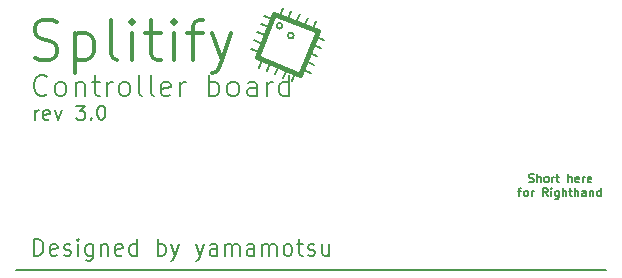
<source format=gbr>
G04 #@! TF.GenerationSoftware,KiCad,Pcbnew,(5.0.2)-1*
G04 #@! TF.CreationDate,2020-06-20T19:19:36+09:00*
G04 #@! TF.ProjectId,controller,636f6e74-726f-46c6-9c65-722e6b696361,rev?*
G04 #@! TF.SameCoordinates,Original*
G04 #@! TF.FileFunction,Legend,Top*
G04 #@! TF.FilePolarity,Positive*
%FSLAX46Y46*%
G04 Gerber Fmt 4.6, Leading zero omitted, Abs format (unit mm)*
G04 Created by KiCad (PCBNEW (5.0.2)-1) date 2020/06/20 19:19:36*
%MOMM*%
%LPD*%
G01*
G04 APERTURE LIST*
%ADD10C,0.150000*%
%ADD11C,0.200000*%
%ADD12C,0.300000*%
%ADD13C,0.400000*%
G04 APERTURE END LIST*
D10*
X93450000Y-65483333D02*
X93550000Y-65516666D01*
X93716666Y-65516666D01*
X93783333Y-65483333D01*
X93816666Y-65450000D01*
X93850000Y-65383333D01*
X93850000Y-65316666D01*
X93816666Y-65250000D01*
X93783333Y-65216666D01*
X93716666Y-65183333D01*
X93583333Y-65150000D01*
X93516666Y-65116666D01*
X93483333Y-65083333D01*
X93450000Y-65016666D01*
X93450000Y-64950000D01*
X93483333Y-64883333D01*
X93516666Y-64850000D01*
X93583333Y-64816666D01*
X93750000Y-64816666D01*
X93850000Y-64850000D01*
X94150000Y-65516666D02*
X94150000Y-64816666D01*
X94450000Y-65516666D02*
X94450000Y-65150000D01*
X94416666Y-65083333D01*
X94350000Y-65050000D01*
X94250000Y-65050000D01*
X94183333Y-65083333D01*
X94150000Y-65116666D01*
X94883333Y-65516666D02*
X94816666Y-65483333D01*
X94783333Y-65450000D01*
X94750000Y-65383333D01*
X94750000Y-65183333D01*
X94783333Y-65116666D01*
X94816666Y-65083333D01*
X94883333Y-65050000D01*
X94983333Y-65050000D01*
X95050000Y-65083333D01*
X95083333Y-65116666D01*
X95116666Y-65183333D01*
X95116666Y-65383333D01*
X95083333Y-65450000D01*
X95050000Y-65483333D01*
X94983333Y-65516666D01*
X94883333Y-65516666D01*
X95416666Y-65516666D02*
X95416666Y-65050000D01*
X95416666Y-65183333D02*
X95450000Y-65116666D01*
X95483333Y-65083333D01*
X95550000Y-65050000D01*
X95616666Y-65050000D01*
X95750000Y-65050000D02*
X96016666Y-65050000D01*
X95850000Y-64816666D02*
X95850000Y-65416666D01*
X95883333Y-65483333D01*
X95950000Y-65516666D01*
X96016666Y-65516666D01*
X96783333Y-65516666D02*
X96783333Y-64816666D01*
X97083333Y-65516666D02*
X97083333Y-65150000D01*
X97050000Y-65083333D01*
X96983333Y-65050000D01*
X96883333Y-65050000D01*
X96816666Y-65083333D01*
X96783333Y-65116666D01*
X97683333Y-65483333D02*
X97616666Y-65516666D01*
X97483333Y-65516666D01*
X97416666Y-65483333D01*
X97383333Y-65416666D01*
X97383333Y-65150000D01*
X97416666Y-65083333D01*
X97483333Y-65050000D01*
X97616666Y-65050000D01*
X97683333Y-65083333D01*
X97716666Y-65150000D01*
X97716666Y-65216666D01*
X97383333Y-65283333D01*
X98016666Y-65516666D02*
X98016666Y-65050000D01*
X98016666Y-65183333D02*
X98050000Y-65116666D01*
X98083333Y-65083333D01*
X98150000Y-65050000D01*
X98216666Y-65050000D01*
X98716666Y-65483333D02*
X98650000Y-65516666D01*
X98516666Y-65516666D01*
X98450000Y-65483333D01*
X98416666Y-65416666D01*
X98416666Y-65150000D01*
X98450000Y-65083333D01*
X98516666Y-65050000D01*
X98650000Y-65050000D01*
X98716666Y-65083333D01*
X98750000Y-65150000D01*
X98750000Y-65216666D01*
X98416666Y-65283333D01*
X92550000Y-66250000D02*
X92816666Y-66250000D01*
X92650000Y-66716666D02*
X92650000Y-66116666D01*
X92683333Y-66050000D01*
X92750000Y-66016666D01*
X92816666Y-66016666D01*
X93150000Y-66716666D02*
X93083333Y-66683333D01*
X93050000Y-66650000D01*
X93016666Y-66583333D01*
X93016666Y-66383333D01*
X93050000Y-66316666D01*
X93083333Y-66283333D01*
X93150000Y-66250000D01*
X93250000Y-66250000D01*
X93316666Y-66283333D01*
X93350000Y-66316666D01*
X93383333Y-66383333D01*
X93383333Y-66583333D01*
X93350000Y-66650000D01*
X93316666Y-66683333D01*
X93250000Y-66716666D01*
X93150000Y-66716666D01*
X93683333Y-66716666D02*
X93683333Y-66250000D01*
X93683333Y-66383333D02*
X93716666Y-66316666D01*
X93750000Y-66283333D01*
X93816666Y-66250000D01*
X93883333Y-66250000D01*
X95050000Y-66716666D02*
X94816666Y-66383333D01*
X94650000Y-66716666D02*
X94650000Y-66016666D01*
X94916666Y-66016666D01*
X94983333Y-66050000D01*
X95016666Y-66083333D01*
X95050000Y-66150000D01*
X95050000Y-66250000D01*
X95016666Y-66316666D01*
X94983333Y-66350000D01*
X94916666Y-66383333D01*
X94650000Y-66383333D01*
X95350000Y-66716666D02*
X95350000Y-66250000D01*
X95350000Y-66016666D02*
X95316666Y-66050000D01*
X95350000Y-66083333D01*
X95383333Y-66050000D01*
X95350000Y-66016666D01*
X95350000Y-66083333D01*
X95983333Y-66250000D02*
X95983333Y-66816666D01*
X95950000Y-66883333D01*
X95916666Y-66916666D01*
X95850000Y-66950000D01*
X95750000Y-66950000D01*
X95683333Y-66916666D01*
X95983333Y-66683333D02*
X95916666Y-66716666D01*
X95783333Y-66716666D01*
X95716666Y-66683333D01*
X95683333Y-66650000D01*
X95650000Y-66583333D01*
X95650000Y-66383333D01*
X95683333Y-66316666D01*
X95716666Y-66283333D01*
X95783333Y-66250000D01*
X95916666Y-66250000D01*
X95983333Y-66283333D01*
X96316666Y-66716666D02*
X96316666Y-66016666D01*
X96616666Y-66716666D02*
X96616666Y-66350000D01*
X96583333Y-66283333D01*
X96516666Y-66250000D01*
X96416666Y-66250000D01*
X96350000Y-66283333D01*
X96316666Y-66316666D01*
X96850000Y-66250000D02*
X97116666Y-66250000D01*
X96950000Y-66016666D02*
X96950000Y-66616666D01*
X96983333Y-66683333D01*
X97050000Y-66716666D01*
X97116666Y-66716666D01*
X97350000Y-66716666D02*
X97350000Y-66016666D01*
X97650000Y-66716666D02*
X97650000Y-66350000D01*
X97616666Y-66283333D01*
X97550000Y-66250000D01*
X97450000Y-66250000D01*
X97383333Y-66283333D01*
X97350000Y-66316666D01*
X98283333Y-66716666D02*
X98283333Y-66350000D01*
X98250000Y-66283333D01*
X98183333Y-66250000D01*
X98050000Y-66250000D01*
X97983333Y-66283333D01*
X98283333Y-66683333D02*
X98216666Y-66716666D01*
X98050000Y-66716666D01*
X97983333Y-66683333D01*
X97950000Y-66616666D01*
X97950000Y-66550000D01*
X97983333Y-66483333D01*
X98050000Y-66450000D01*
X98216666Y-66450000D01*
X98283333Y-66416666D01*
X98616666Y-66250000D02*
X98616666Y-66716666D01*
X98616666Y-66316666D02*
X98650000Y-66283333D01*
X98716666Y-66250000D01*
X98816666Y-66250000D01*
X98883333Y-66283333D01*
X98916666Y-66350000D01*
X98916666Y-66716666D01*
X99550000Y-66716666D02*
X99550000Y-66016666D01*
X99550000Y-66683333D02*
X99483333Y-66716666D01*
X99350000Y-66716666D01*
X99283333Y-66683333D01*
X99250000Y-66650000D01*
X99216666Y-66583333D01*
X99216666Y-66383333D01*
X99250000Y-66316666D01*
X99283333Y-66283333D01*
X99350000Y-66250000D01*
X99483333Y-66250000D01*
X99550000Y-66283333D01*
X50000000Y-73000000D02*
X100000000Y-73000000D01*
D11*
X51657142Y-60242857D02*
X51657142Y-59442857D01*
X51657142Y-59671428D02*
X51714285Y-59557142D01*
X51771428Y-59500000D01*
X51885714Y-59442857D01*
X52000000Y-59442857D01*
X52857142Y-60185714D02*
X52742857Y-60242857D01*
X52514285Y-60242857D01*
X52400000Y-60185714D01*
X52342857Y-60071428D01*
X52342857Y-59614285D01*
X52400000Y-59500000D01*
X52514285Y-59442857D01*
X52742857Y-59442857D01*
X52857142Y-59500000D01*
X52914285Y-59614285D01*
X52914285Y-59728571D01*
X52342857Y-59842857D01*
X53314285Y-59442857D02*
X53600000Y-60242857D01*
X53885714Y-59442857D01*
X55142857Y-59042857D02*
X55885714Y-59042857D01*
X55485714Y-59500000D01*
X55657142Y-59500000D01*
X55771428Y-59557142D01*
X55828571Y-59614285D01*
X55885714Y-59728571D01*
X55885714Y-60014285D01*
X55828571Y-60128571D01*
X55771428Y-60185714D01*
X55657142Y-60242857D01*
X55314285Y-60242857D01*
X55200000Y-60185714D01*
X55142857Y-60128571D01*
X56400000Y-60128571D02*
X56457142Y-60185714D01*
X56400000Y-60242857D01*
X56342857Y-60185714D01*
X56400000Y-60128571D01*
X56400000Y-60242857D01*
X57200000Y-59042857D02*
X57314285Y-59042857D01*
X57428571Y-59100000D01*
X57485714Y-59157142D01*
X57542857Y-59271428D01*
X57600000Y-59500000D01*
X57600000Y-59785714D01*
X57542857Y-60014285D01*
X57485714Y-60128571D01*
X57428571Y-60185714D01*
X57314285Y-60242857D01*
X57200000Y-60242857D01*
X57085714Y-60185714D01*
X57028571Y-60128571D01*
X56971428Y-60014285D01*
X56914285Y-59785714D01*
X56914285Y-59500000D01*
X56971428Y-59271428D01*
X57028571Y-59157142D01*
X57085714Y-59100000D01*
X57200000Y-59042857D01*
X52671428Y-58042857D02*
X52585714Y-58128571D01*
X52328571Y-58214285D01*
X52157142Y-58214285D01*
X51900000Y-58128571D01*
X51728571Y-57957142D01*
X51642857Y-57785714D01*
X51557142Y-57442857D01*
X51557142Y-57185714D01*
X51642857Y-56842857D01*
X51728571Y-56671428D01*
X51900000Y-56500000D01*
X52157142Y-56414285D01*
X52328571Y-56414285D01*
X52585714Y-56500000D01*
X52671428Y-56585714D01*
X53700000Y-58214285D02*
X53528571Y-58128571D01*
X53442857Y-58042857D01*
X53357142Y-57871428D01*
X53357142Y-57357142D01*
X53442857Y-57185714D01*
X53528571Y-57100000D01*
X53700000Y-57014285D01*
X53957142Y-57014285D01*
X54128571Y-57100000D01*
X54214285Y-57185714D01*
X54300000Y-57357142D01*
X54300000Y-57871428D01*
X54214285Y-58042857D01*
X54128571Y-58128571D01*
X53957142Y-58214285D01*
X53700000Y-58214285D01*
X55071428Y-57014285D02*
X55071428Y-58214285D01*
X55071428Y-57185714D02*
X55157142Y-57100000D01*
X55328571Y-57014285D01*
X55585714Y-57014285D01*
X55757142Y-57100000D01*
X55842857Y-57271428D01*
X55842857Y-58214285D01*
X56442857Y-57014285D02*
X57128571Y-57014285D01*
X56700000Y-56414285D02*
X56700000Y-57957142D01*
X56785714Y-58128571D01*
X56957142Y-58214285D01*
X57128571Y-58214285D01*
X57728571Y-58214285D02*
X57728571Y-57014285D01*
X57728571Y-57357142D02*
X57814285Y-57185714D01*
X57900000Y-57100000D01*
X58071428Y-57014285D01*
X58242857Y-57014285D01*
X59100000Y-58214285D02*
X58928571Y-58128571D01*
X58842857Y-58042857D01*
X58757142Y-57871428D01*
X58757142Y-57357142D01*
X58842857Y-57185714D01*
X58928571Y-57100000D01*
X59100000Y-57014285D01*
X59357142Y-57014285D01*
X59528571Y-57100000D01*
X59614285Y-57185714D01*
X59700000Y-57357142D01*
X59700000Y-57871428D01*
X59614285Y-58042857D01*
X59528571Y-58128571D01*
X59357142Y-58214285D01*
X59100000Y-58214285D01*
X60728571Y-58214285D02*
X60557142Y-58128571D01*
X60471428Y-57957142D01*
X60471428Y-56414285D01*
X61671428Y-58214285D02*
X61500000Y-58128571D01*
X61414285Y-57957142D01*
X61414285Y-56414285D01*
X63042857Y-58128571D02*
X62871428Y-58214285D01*
X62528571Y-58214285D01*
X62357142Y-58128571D01*
X62271428Y-57957142D01*
X62271428Y-57271428D01*
X62357142Y-57100000D01*
X62528571Y-57014285D01*
X62871428Y-57014285D01*
X63042857Y-57100000D01*
X63128571Y-57271428D01*
X63128571Y-57442857D01*
X62271428Y-57614285D01*
X63900000Y-58214285D02*
X63900000Y-57014285D01*
X63900000Y-57357142D02*
X63985714Y-57185714D01*
X64071428Y-57100000D01*
X64242857Y-57014285D01*
X64414285Y-57014285D01*
X66385714Y-58214285D02*
X66385714Y-56414285D01*
X66385714Y-57100000D02*
X66557142Y-57014285D01*
X66900000Y-57014285D01*
X67071428Y-57100000D01*
X67157142Y-57185714D01*
X67242857Y-57357142D01*
X67242857Y-57871428D01*
X67157142Y-58042857D01*
X67071428Y-58128571D01*
X66900000Y-58214285D01*
X66557142Y-58214285D01*
X66385714Y-58128571D01*
X68271428Y-58214285D02*
X68100000Y-58128571D01*
X68014285Y-58042857D01*
X67928571Y-57871428D01*
X67928571Y-57357142D01*
X68014285Y-57185714D01*
X68100000Y-57100000D01*
X68271428Y-57014285D01*
X68528571Y-57014285D01*
X68700000Y-57100000D01*
X68785714Y-57185714D01*
X68871428Y-57357142D01*
X68871428Y-57871428D01*
X68785714Y-58042857D01*
X68700000Y-58128571D01*
X68528571Y-58214285D01*
X68271428Y-58214285D01*
X70414285Y-58214285D02*
X70414285Y-57271428D01*
X70328571Y-57100000D01*
X70157142Y-57014285D01*
X69814285Y-57014285D01*
X69642857Y-57100000D01*
X70414285Y-58128571D02*
X70242857Y-58214285D01*
X69814285Y-58214285D01*
X69642857Y-58128571D01*
X69557142Y-57957142D01*
X69557142Y-57785714D01*
X69642857Y-57614285D01*
X69814285Y-57528571D01*
X70242857Y-57528571D01*
X70414285Y-57442857D01*
X71271428Y-58214285D02*
X71271428Y-57014285D01*
X71271428Y-57357142D02*
X71357142Y-57185714D01*
X71442857Y-57100000D01*
X71614285Y-57014285D01*
X71785714Y-57014285D01*
X73157142Y-58214285D02*
X73157142Y-56414285D01*
X73157142Y-58128571D02*
X72985714Y-58214285D01*
X72642857Y-58214285D01*
X72471428Y-58128571D01*
X72385714Y-58042857D01*
X72300000Y-57871428D01*
X72300000Y-57357142D01*
X72385714Y-57185714D01*
X72471428Y-57100000D01*
X72642857Y-57014285D01*
X72985714Y-57014285D01*
X73157142Y-57100000D01*
D12*
X51592857Y-55026190D02*
X52078571Y-55188095D01*
X52888095Y-55188095D01*
X53211904Y-55026190D01*
X53373809Y-54864285D01*
X53535714Y-54540476D01*
X53535714Y-54216666D01*
X53373809Y-53892857D01*
X53211904Y-53730952D01*
X52888095Y-53569047D01*
X52240476Y-53407142D01*
X51916666Y-53245238D01*
X51754761Y-53083333D01*
X51592857Y-52759523D01*
X51592857Y-52435714D01*
X51754761Y-52111904D01*
X51916666Y-51950000D01*
X52240476Y-51788095D01*
X53050000Y-51788095D01*
X53535714Y-51950000D01*
X54992857Y-52921428D02*
X54992857Y-56321428D01*
X54992857Y-53083333D02*
X55316666Y-52921428D01*
X55964285Y-52921428D01*
X56288095Y-53083333D01*
X56450000Y-53245238D01*
X56611904Y-53569047D01*
X56611904Y-54540476D01*
X56450000Y-54864285D01*
X56288095Y-55026190D01*
X55964285Y-55188095D01*
X55316666Y-55188095D01*
X54992857Y-55026190D01*
X58554761Y-55188095D02*
X58230952Y-55026190D01*
X58069047Y-54702380D01*
X58069047Y-51788095D01*
X59850000Y-55188095D02*
X59850000Y-52921428D01*
X59850000Y-51788095D02*
X59688095Y-51950000D01*
X59850000Y-52111904D01*
X60011904Y-51950000D01*
X59850000Y-51788095D01*
X59850000Y-52111904D01*
X60983333Y-52921428D02*
X62278571Y-52921428D01*
X61469047Y-51788095D02*
X61469047Y-54702380D01*
X61630952Y-55026190D01*
X61954761Y-55188095D01*
X62278571Y-55188095D01*
X63411904Y-55188095D02*
X63411904Y-52921428D01*
X63411904Y-51788095D02*
X63250000Y-51950000D01*
X63411904Y-52111904D01*
X63573809Y-51950000D01*
X63411904Y-51788095D01*
X63411904Y-52111904D01*
X64545238Y-52921428D02*
X65840476Y-52921428D01*
X65030952Y-55188095D02*
X65030952Y-52273809D01*
X65192857Y-51950000D01*
X65516666Y-51788095D01*
X65840476Y-51788095D01*
X66650000Y-52921428D02*
X67459523Y-55188095D01*
X68269047Y-52921428D02*
X67459523Y-55188095D01*
X67135714Y-55997619D01*
X66973809Y-56159523D01*
X66650000Y-56321428D01*
D11*
X51550000Y-71733333D02*
X51550000Y-70333333D01*
X51883333Y-70333333D01*
X52083333Y-70400000D01*
X52216666Y-70533333D01*
X52283333Y-70666666D01*
X52350000Y-70933333D01*
X52350000Y-71133333D01*
X52283333Y-71400000D01*
X52216666Y-71533333D01*
X52083333Y-71666666D01*
X51883333Y-71733333D01*
X51550000Y-71733333D01*
X53483333Y-71666666D02*
X53350000Y-71733333D01*
X53083333Y-71733333D01*
X52950000Y-71666666D01*
X52883333Y-71533333D01*
X52883333Y-71000000D01*
X52950000Y-70866666D01*
X53083333Y-70800000D01*
X53350000Y-70800000D01*
X53483333Y-70866666D01*
X53550000Y-71000000D01*
X53550000Y-71133333D01*
X52883333Y-71266666D01*
X54083333Y-71666666D02*
X54216666Y-71733333D01*
X54483333Y-71733333D01*
X54616666Y-71666666D01*
X54683333Y-71533333D01*
X54683333Y-71466666D01*
X54616666Y-71333333D01*
X54483333Y-71266666D01*
X54283333Y-71266666D01*
X54150000Y-71200000D01*
X54083333Y-71066666D01*
X54083333Y-71000000D01*
X54150000Y-70866666D01*
X54283333Y-70800000D01*
X54483333Y-70800000D01*
X54616666Y-70866666D01*
X55283333Y-71733333D02*
X55283333Y-70800000D01*
X55283333Y-70333333D02*
X55216666Y-70400000D01*
X55283333Y-70466666D01*
X55350000Y-70400000D01*
X55283333Y-70333333D01*
X55283333Y-70466666D01*
X56550000Y-70800000D02*
X56550000Y-71933333D01*
X56483333Y-72066666D01*
X56416666Y-72133333D01*
X56283333Y-72200000D01*
X56083333Y-72200000D01*
X55950000Y-72133333D01*
X56550000Y-71666666D02*
X56416666Y-71733333D01*
X56150000Y-71733333D01*
X56016666Y-71666666D01*
X55950000Y-71600000D01*
X55883333Y-71466666D01*
X55883333Y-71066666D01*
X55950000Y-70933333D01*
X56016666Y-70866666D01*
X56150000Y-70800000D01*
X56416666Y-70800000D01*
X56550000Y-70866666D01*
X57216666Y-70800000D02*
X57216666Y-71733333D01*
X57216666Y-70933333D02*
X57283333Y-70866666D01*
X57416666Y-70800000D01*
X57616666Y-70800000D01*
X57750000Y-70866666D01*
X57816666Y-71000000D01*
X57816666Y-71733333D01*
X59016666Y-71666666D02*
X58883333Y-71733333D01*
X58616666Y-71733333D01*
X58483333Y-71666666D01*
X58416666Y-71533333D01*
X58416666Y-71000000D01*
X58483333Y-70866666D01*
X58616666Y-70800000D01*
X58883333Y-70800000D01*
X59016666Y-70866666D01*
X59083333Y-71000000D01*
X59083333Y-71133333D01*
X58416666Y-71266666D01*
X60283333Y-71733333D02*
X60283333Y-70333333D01*
X60283333Y-71666666D02*
X60150000Y-71733333D01*
X59883333Y-71733333D01*
X59750000Y-71666666D01*
X59683333Y-71600000D01*
X59616666Y-71466666D01*
X59616666Y-71066666D01*
X59683333Y-70933333D01*
X59750000Y-70866666D01*
X59883333Y-70800000D01*
X60150000Y-70800000D01*
X60283333Y-70866666D01*
X62016666Y-71733333D02*
X62016666Y-70333333D01*
X62016666Y-70866666D02*
X62149999Y-70800000D01*
X62416666Y-70800000D01*
X62549999Y-70866666D01*
X62616666Y-70933333D01*
X62683333Y-71066666D01*
X62683333Y-71466666D01*
X62616666Y-71600000D01*
X62549999Y-71666666D01*
X62416666Y-71733333D01*
X62149999Y-71733333D01*
X62016666Y-71666666D01*
X63149999Y-70800000D02*
X63483333Y-71733333D01*
X63816666Y-70800000D02*
X63483333Y-71733333D01*
X63349999Y-72066666D01*
X63283333Y-72133333D01*
X63149999Y-72200000D01*
X65283333Y-70800000D02*
X65616666Y-71733333D01*
X65949999Y-70800000D02*
X65616666Y-71733333D01*
X65483333Y-72066666D01*
X65416666Y-72133333D01*
X65283333Y-72200000D01*
X67083333Y-71733333D02*
X67083333Y-71000000D01*
X67016666Y-70866666D01*
X66883333Y-70800000D01*
X66616666Y-70800000D01*
X66483333Y-70866666D01*
X67083333Y-71666666D02*
X66949999Y-71733333D01*
X66616666Y-71733333D01*
X66483333Y-71666666D01*
X66416666Y-71533333D01*
X66416666Y-71400000D01*
X66483333Y-71266666D01*
X66616666Y-71200000D01*
X66949999Y-71200000D01*
X67083333Y-71133333D01*
X67750000Y-71733333D02*
X67750000Y-70800000D01*
X67750000Y-70933333D02*
X67816666Y-70866666D01*
X67950000Y-70800000D01*
X68150000Y-70800000D01*
X68283333Y-70866666D01*
X68350000Y-71000000D01*
X68350000Y-71733333D01*
X68350000Y-71000000D02*
X68416666Y-70866666D01*
X68550000Y-70800000D01*
X68750000Y-70800000D01*
X68883333Y-70866666D01*
X68950000Y-71000000D01*
X68950000Y-71733333D01*
X70216666Y-71733333D02*
X70216666Y-71000000D01*
X70150000Y-70866666D01*
X70016666Y-70800000D01*
X69750000Y-70800000D01*
X69616666Y-70866666D01*
X70216666Y-71666666D02*
X70083333Y-71733333D01*
X69750000Y-71733333D01*
X69616666Y-71666666D01*
X69550000Y-71533333D01*
X69550000Y-71400000D01*
X69616666Y-71266666D01*
X69750000Y-71200000D01*
X70083333Y-71200000D01*
X70216666Y-71133333D01*
X70883333Y-71733333D02*
X70883333Y-70800000D01*
X70883333Y-70933333D02*
X70950000Y-70866666D01*
X71083333Y-70800000D01*
X71283333Y-70800000D01*
X71416666Y-70866666D01*
X71483333Y-71000000D01*
X71483333Y-71733333D01*
X71483333Y-71000000D02*
X71550000Y-70866666D01*
X71683333Y-70800000D01*
X71883333Y-70800000D01*
X72016666Y-70866666D01*
X72083333Y-71000000D01*
X72083333Y-71733333D01*
X72950000Y-71733333D02*
X72816666Y-71666666D01*
X72750000Y-71600000D01*
X72683333Y-71466666D01*
X72683333Y-71066666D01*
X72750000Y-70933333D01*
X72816666Y-70866666D01*
X72950000Y-70800000D01*
X73150000Y-70800000D01*
X73283333Y-70866666D01*
X73350000Y-70933333D01*
X73416666Y-71066666D01*
X73416666Y-71466666D01*
X73350000Y-71600000D01*
X73283333Y-71666666D01*
X73150000Y-71733333D01*
X72950000Y-71733333D01*
X73816666Y-70800000D02*
X74350000Y-70800000D01*
X74016666Y-70333333D02*
X74016666Y-71533333D01*
X74083333Y-71666666D01*
X74216666Y-71733333D01*
X74350000Y-71733333D01*
X74750000Y-71666666D02*
X74883333Y-71733333D01*
X75150000Y-71733333D01*
X75283333Y-71666666D01*
X75350000Y-71533333D01*
X75350000Y-71466666D01*
X75283333Y-71333333D01*
X75150000Y-71266666D01*
X74950000Y-71266666D01*
X74816666Y-71200000D01*
X74750000Y-71066666D01*
X74750000Y-71000000D01*
X74816666Y-70866666D01*
X74950000Y-70800000D01*
X75150000Y-70800000D01*
X75283333Y-70866666D01*
X76550000Y-70800000D02*
X76550000Y-71733333D01*
X75950000Y-70800000D02*
X75950000Y-71533333D01*
X76016666Y-71666666D01*
X76150000Y-71733333D01*
X76350000Y-71733333D01*
X76483333Y-71666666D01*
X76550000Y-71600000D01*
D10*
G04 #@! TO.C,REF\002A\002A*
X73549685Y-53108253D02*
G75*
G03X73549685Y-53108253I-250000J0D01*
G01*
X72586907Y-52287851D02*
G75*
G03X72586907Y-52287851I-250000J0D01*
G01*
D11*
X71707542Y-51710011D02*
X71012154Y-51429056D01*
X70583722Y-54491564D02*
X69888335Y-54210608D01*
X70864677Y-53796175D02*
X70169289Y-53515220D01*
X71426587Y-52405399D02*
X70731199Y-52124444D01*
X71145632Y-53100787D02*
X70450244Y-52819832D01*
X72250787Y-55704368D02*
X71969832Y-56399756D01*
X70860011Y-55142458D02*
X70579056Y-55837846D01*
X73641564Y-56266278D02*
X73360608Y-56961665D01*
X72946175Y-55985323D02*
X72665220Y-56680711D01*
X71555399Y-55423413D02*
X71274444Y-56118801D01*
X75416278Y-53208436D02*
X76111665Y-53489392D01*
X74573413Y-55294601D02*
X75268801Y-55575556D01*
X74854368Y-54599213D02*
X75549756Y-54880168D01*
X75135323Y-53903825D02*
X75830711Y-54184780D01*
X74292458Y-55989989D02*
X74987846Y-56270944D01*
X75139989Y-52557542D02*
X75420944Y-51862154D01*
X74444601Y-52276587D02*
X74725556Y-51581199D01*
X73749213Y-51995632D02*
X74030168Y-51300244D01*
X73053825Y-51714677D02*
X73334780Y-51019289D01*
X72358436Y-51433722D02*
X72639392Y-50738335D01*
D13*
X70396419Y-54955155D02*
X71894845Y-51246419D01*
X74105155Y-56453581D02*
X70396419Y-54955155D01*
X75603581Y-52744845D02*
X74105155Y-56453581D01*
X71894845Y-51246419D02*
X75603581Y-52744845D01*
G04 #@! TD*
M02*

</source>
